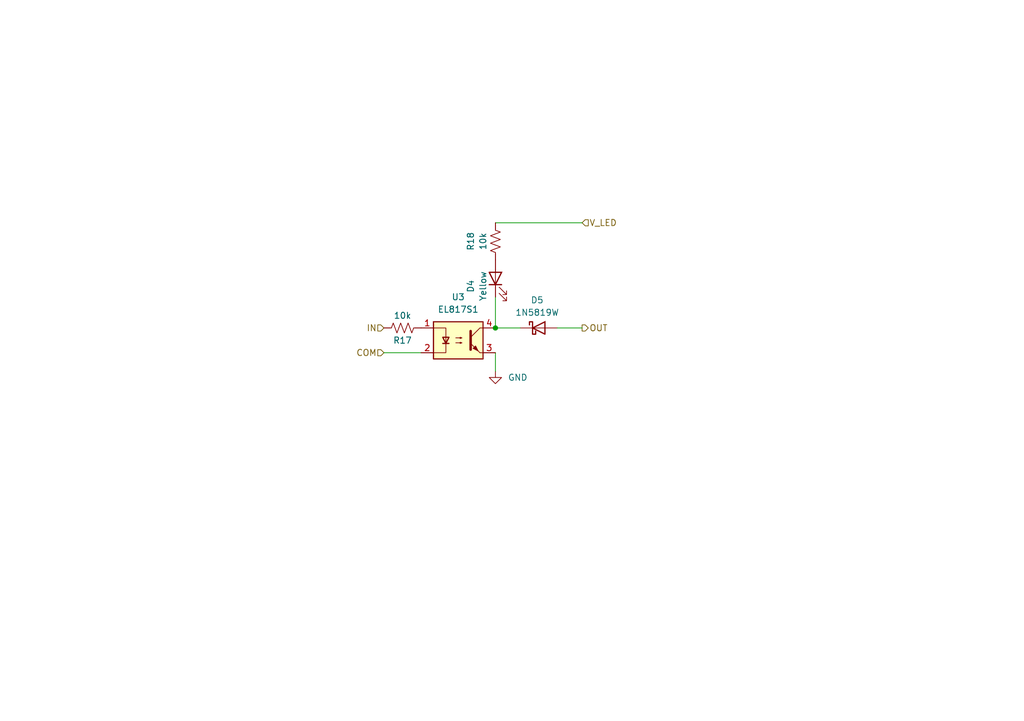
<source format=kicad_sch>
(kicad_sch (version 20231120) (generator "eeschema") (generator_version "8.0")
  (paper "A5")
  (lib_symbols
    (symbol "Device:D_Schottky" (pin_numbers hide) (pin_names (offset 1.016) hide)
      (property "Reference" "D" (at 0 2.54 0))
      (property "Value" "D_Schottky" (at 0 -2.54 0))
      (symbol "D_Schottky_0_1"
        (polyline (pts (xy 1.27 0) (xy -1.27 0)))
        (polyline (pts (xy 1.27 1.27) (xy 1.27 -1.27) (xy -1.27 0) (xy 1.27 1.27)) (stroke (width 0.254)))
        (polyline (pts (xy -1.905 0.635) (xy -1.905 1.27) (xy -1.27 1.27) (xy -1.27 -1.27) (xy -0.635 -1.27) (xy -0.635 -0.635)) (stroke (width 0.254)))
      )
      (symbol "D_Schottky_1_1"
        (pin passive line (at -3.81 0 0) (length 2.54) (name "K") (number "1"))
        (pin passive line (at 3.81 0 180) (length 2.54) (name "A") (number "2"))
      )
    )
    (symbol "Device:LED" (pin_numbers hide) (pin_names (offset 1.016) hide)
      (property "Reference" "D" (at 0 2.54 0))
      (property "Value" "LED" (at 0 -2.54 0))
      (symbol "LED_0_1"
        (polyline (pts (xy -1.27 -1.27) (xy -1.27 1.27)) (stroke (width 0.254)))
        (polyline (pts (xy -1.27 0) (xy 1.27 0)))
        (polyline (pts (xy 1.27 -1.27) (xy 1.27 1.27) (xy -1.27 0) (xy 1.27 -1.27)) (stroke (width 0.254)))
        (polyline (pts (xy -3.048 -0.762) (xy -4.572 -2.286) (xy -3.81 -2.286) (xy -4.572 -2.286) (xy -4.572 -1.524)))
        (polyline (pts (xy -1.778 -0.762) (xy -3.302 -2.286) (xy -2.54 -2.286) (xy -3.302 -2.286) (xy -3.302 -1.524)))
      )
      (symbol "LED_1_1"
        (pin passive line (at -3.81 0 0) (length 2.54) (name "K") (number "1"))
        (pin passive line (at 3.81 0 180) (length 2.54) (name "A") (number "2"))
      )
    )
    (symbol "Device:R_US" (pin_numbers hide) (pin_names (offset 0))
      (property "Reference" "R" (at 2.54 0 90))
      (property "Value" "R_US" (at -2.54 0 90))
      (symbol "R_US_0_1"
        (polyline (pts (xy 0 -2.286) (xy 0 -2.54)))
        (polyline (pts (xy 0 2.286) (xy 0 2.54)))
        (polyline (pts (xy 0 -0.762) (xy 1.016 -1.143) (xy 0 -1.524) (xy -1.016 -1.905) (xy 0 -2.286)))
        (polyline (pts (xy 0 0.762) (xy 1.016 0.381) (xy 0 0) (xy -1.016 -0.381) (xy 0 -0.762)))
        (polyline (pts (xy 0 2.286) (xy 1.016 1.905) (xy 0 1.524) (xy -1.016 1.143) (xy 0 0.762)))
      )
      (symbol "R_US_1_1"
        (pin passive line (at 0 3.81 270) (length 1.27) (name "~") (number "1"))
        (pin passive line (at 0 -3.81 90) (length 1.27) (name "~") (number "2"))
      )
    )
    (symbol "Isolator:PC817" (pin_names (offset 1.016))
      (property "Reference" "U" (at -5.08 5.08 0))
      (property "Value" "PC817" (at 0 5.08 0))
      (symbol "PC817_0_1"
        (rectangle (start -5.08 3.81) (end 5.08 -3.81) (stroke (width 0.254)) (fill (type background)))
        (polyline (pts (xy -3.175 -0.635) (xy -1.905 -0.635)) (stroke (width 0.254)))
        (polyline (pts (xy 2.54 0.635) (xy 4.445 2.54)))
        (polyline (pts (xy 4.445 -2.54) (xy 2.54 -0.635)) (fill (type outline)))
        (polyline (pts (xy 4.445 -2.54) (xy 5.08 -2.54)))
        (polyline (pts (xy 4.445 2.54) (xy 5.08 2.54)))
        (polyline (pts (xy -5.08 2.54) (xy -2.54 2.54) (xy -2.54 -0.635)))
        (polyline (pts (xy -2.54 -0.635) (xy -2.54 -2.54) (xy -5.08 -2.54)))
        (polyline (pts (xy 2.54 1.905) (xy 2.54 -1.905) (xy 2.54 -1.905)) (stroke (width 0.508)))
        (polyline (pts (xy -2.54 -0.635) (xy -3.175 0.635) (xy -1.905 0.635) (xy -2.54 -0.635)) (stroke (width 0.254)))
        (polyline (pts (xy -0.508 -0.508) (xy 0.762 -0.508) (xy 0.381 -0.635) (xy 0.381 -0.381) (xy 0.762 -0.508)))
        (polyline (pts (xy -0.508 0.508) (xy 0.762 0.508) (xy 0.381 0.381) (xy 0.381 0.635) (xy 0.762 0.508)))
        (polyline (pts (xy 3.048 -1.651) (xy 3.556 -1.143) (xy 4.064 -2.159) (xy 3.048 -1.651) (xy 3.048 -1.651)) (fill (type outline)))
      )
      (symbol "PC817_1_1"
        (pin passive line (at -7.62 2.54 0) (length 2.54) (name "~") (number "1"))
        (pin passive line (at -7.62 -2.54 0) (length 2.54) (name "~") (number "2"))
        (pin passive line (at 7.62 -2.54 180) (length 2.54) (name "~") (number "3"))
        (pin passive line (at 7.62 2.54 180) (length 2.54) (name "~") (number "4"))
      )
    )
    (symbol "power:GND" (power) (pin_names (offset 0))
      (property "Value" "GND" (at 0 -3.81 0))
      (symbol "GND_0_1"
        (polyline (pts (xy 0 0) (xy 0 -1.27) (xy 1.27 -1.27) (xy 0 -2.54) (xy -1.27 -1.27) (xy 0 -1.27)))
      )
      (symbol "GND_1_1"
        (pin power_in line (at 0 0 270) (length 0) hide (name "GND") (number "1"))
      )
    )
  )
  (junction (at 101.6 67.31))
  (wire (pts (xy 101.6 67.31) (xy 106.68 67.31)))
  (wire (pts (xy 101.6 76.2) (xy 101.6 72.39)))
  (wire (pts (xy 101.6 60.96) (xy 101.6 67.31)))
  (wire (pts (xy 119.38 45.72) (xy 101.6 45.72)))
  (wire (pts (xy 78.74 72.39) (xy 86.36 72.39)))
  (wire (pts (xy 114.3 67.31) (xy 119.38 67.31)))
  (hierarchical_label "V_LED" (shape input) (at 119.38 45.72 0))
  (hierarchical_label "IN" (shape input) (at 78.74 67.31 180))
  (hierarchical_label "COM" (shape input) (at 78.74 72.39 180))
  (hierarchical_label "OUT" (shape output) (at 119.38 67.31 0))
  (symbol (lib_id "Isolator:PC817") (at 93.98 69.85 0) (unit 1)
    (property "Reference" "U3" (at 93.98 60.96 0))
    (property "Value" "EL817S1" (at 93.98 63.5 0))
    (property "Footprint" "Package_DIP:DIP-4_W7.62mm_SMDSocket_SmallPads" (effects (hide yes)))
    (property "Datasheet" "http://www.soselectronic.cz/a_info/resource/d/pc817.pdf" (effects (hide yes)))
    (instances (project "AniSignage v2" (path "" (reference "U3") (unit 1)) (path "" (reference "U4") (unit 1)) (path "" (reference "U6") (unit 1)) (path "" (reference "U8") (unit 1)) (path "" (reference "U5") (unit 1)) (path "" (reference "U7") (unit 1))))
  )
  (symbol (lib_id "Device:D_Schottky") (at 110.49 67.31 0) (unit 1)
    (property "Reference" "D5" (at 110.1725 61.595 0))
    (property "Value" "1N5819W" (at 110.1725 64.135 0))
    (property "Footprint" "Diode_SMD:D_SOD-123F" (effects (hide yes)))
    (instances (project "AniSignage v2" (path "" (reference "D5") (unit 1)) (path "" (reference "D7") (unit 1)) (path "" (reference "D9") (unit 1)) (path "" (reference "D11") (unit 1)) (path "" (reference "D13") (unit 1)) (path "" (reference "D15") (unit 1))))
  )
  (symbol (lib_id "Device:LED") (at 101.6 57.15 90) (unit 1)
    (property "Reference" "D4" (at 96.52 58.7375 0))
    (property "Value" "Yellow" (at 99.06 58.7375 0))
    (property "Footprint" "LED_SMD:LED_0805_2012Metric" (effects (hide yes)))
    (property "Ref" "MultiComp MP008278" (effects (hide yes)))
    (instances (project "AniSignage v2" (path "" (reference "D4") (unit 1)) (path "" (reference "D6") (unit 1)) (path "" (reference "D10") (unit 1)) (path "" (reference "D14") (unit 1)) (path "" (reference "D8") (unit 1)) (path "" (reference "D12") (unit 1))))
  )
  (symbol (lib_id "power:GND") (at 101.6 76.2 0) (unit 1)
    (property "Reference" "#PWR012" (effects (hide yes)))
    (property "Value" "GND" (at 104.14 77.47 0) (effects (justify left)))
    (instances (project "AniSignage v2" (path "" (reference "#PWR012") (unit 1)) (path "" (reference "#PWR013") (unit 1)) (path "" (reference "#PWR014") (unit 1)) (path "" (reference "#PWR015") (unit 1)) (path "" (reference "#PWR016") (unit 1)) (path "" (reference "#PWR017") (unit 1))))
  )
  (symbol (lib_id "Device:R_US") (at 101.6 49.53 180) (unit 1)
    (property "Reference" "R18" (at 96.52 49.53 90))
    (property "Value" "10k" (at 99.06 49.53 90))
    (property "Footprint" "Resistor_SMD:R_0603_1608Metric" (effects (hide yes)))
    (instances (project "AniSignage v2" (path "" (reference "R18") (unit 1)) (path "" (reference "R20") (unit 1)) (path "" (reference "R24") (unit 1)) (path "" (reference "R28") (unit 1)) (path "" (reference "R22") (unit 1)) (path "" (reference "R26") (unit 1))))
  )
  (symbol (lib_id "Device:R_US") (at 82.55 67.31 90) (unit 1)
    (property "Reference" "R17" (at 82.55 69.85 90))
    (property "Value" "10k" (at 82.55 64.77 90))
    (property "Footprint" "Resistor_SMD:R_0603_1608Metric" (effects (hide yes)))
    (instances (project "AniSignage v2" (path "" (reference "R17") (unit 1)) (path "" (reference "R19") (unit 1)) (path "" (reference "R23") (unit 1)) (path "" (reference "R27") (unit 1)) (path "" (reference "R21") (unit 1)) (path "" (reference "R25") (unit 1))))
  )
)
</source>
